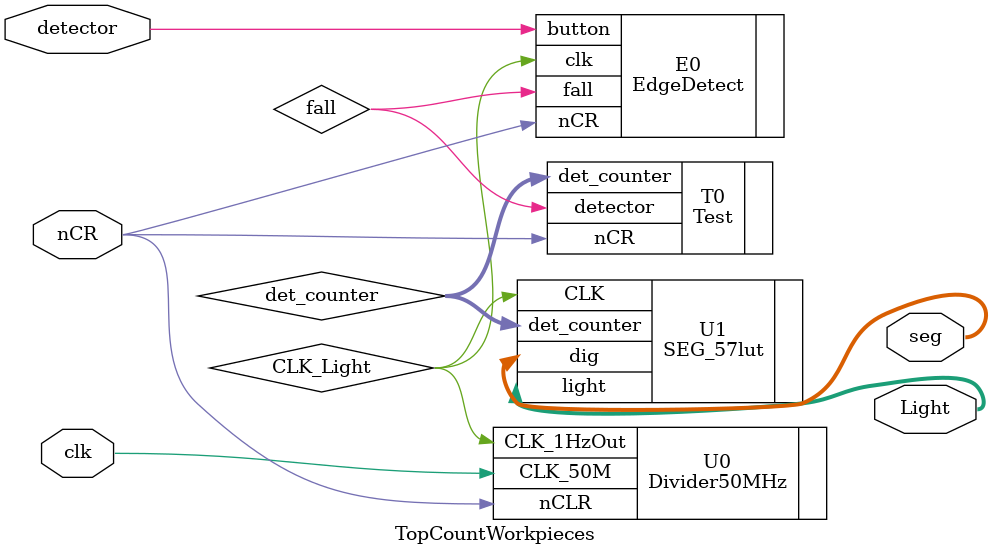
<source format=v>
`timescale 1ns / 1ps
module TopCountWorkpieces(
		input clk,nCR,detector,
		output [3:0] Light,
		output [6:0] seg
    );
		wire CLK_Light;
		wire fall;
		wire [15:0] det_counter;

		Divider50MHz U0(.CLK_50M(clk),.nCLR(nCR),.CLK_1HzOut(CLK_Light));
		defparam U0.N=26, U0.CLK_Freq = 50000000, U0.OUT_Freq = 2400;
		
		EdgeDetect E0(	.clk(CLK_Light),.nCR(nCR),.button(detector),.fall(fall));
		
		Test T0(.detector(fall),.nCR(nCR),.det_counter(det_counter[15:0]));
		
		SEG_57lut U1(.CLK(CLK_Light),.det_counter(det_counter[15:0]),.dig(seg[6:0]),.light(Light[3:0]));

endmodule

</source>
